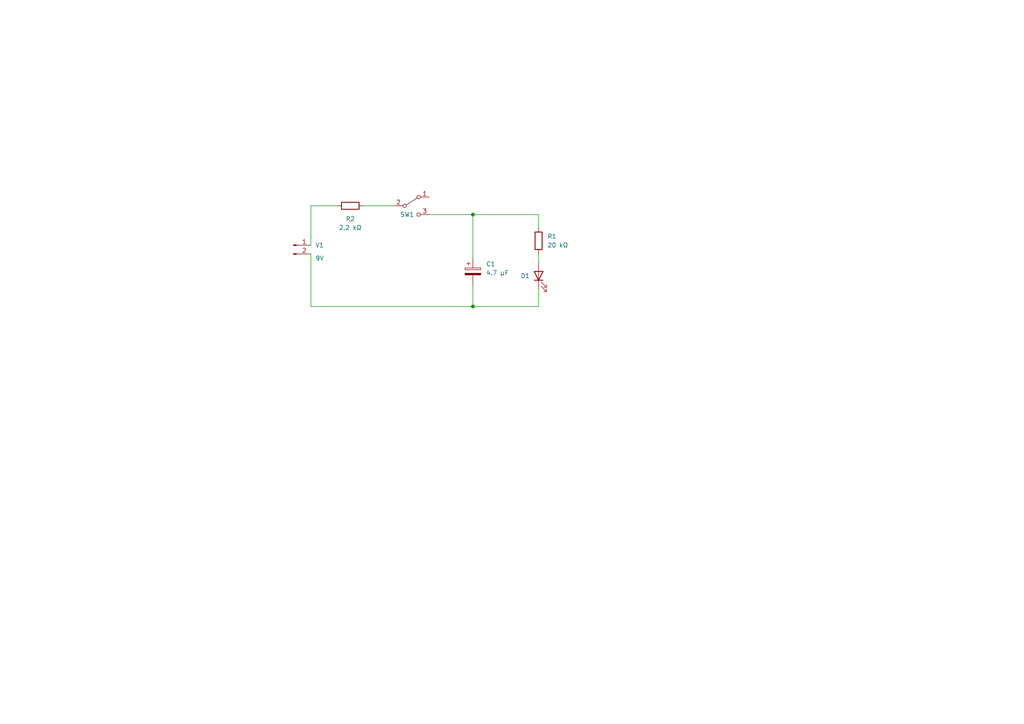
<source format=kicad_sch>
(kicad_sch (version 20211123) (generator eeschema)

  (uuid ca0cefe1-2fc9-4405-b2d9-fcc6daad403b)

  (paper "A4")

  (lib_symbols
    (symbol "Connector:Conn_01x02_Male" (pin_names (offset 1.016) hide) (in_bom yes) (on_board yes)
      (property "Reference" "J" (id 0) (at 0 2.54 0)
        (effects (font (size 1.27 1.27)))
      )
      (property "Value" "Conn_01x02_Male" (id 1) (at 0 -5.08 0)
        (effects (font (size 1.27 1.27)))
      )
      (property "Footprint" "" (id 2) (at 0 0 0)
        (effects (font (size 1.27 1.27)) hide)
      )
      (property "Datasheet" "~" (id 3) (at 0 0 0)
        (effects (font (size 1.27 1.27)) hide)
      )
      (property "ki_keywords" "connector" (id 4) (at 0 0 0)
        (effects (font (size 1.27 1.27)) hide)
      )
      (property "ki_description" "Generic connector, single row, 01x02, script generated (kicad-library-utils/schlib/autogen/connector/)" (id 5) (at 0 0 0)
        (effects (font (size 1.27 1.27)) hide)
      )
      (property "ki_fp_filters" "Connector*:*_1x??_*" (id 6) (at 0 0 0)
        (effects (font (size 1.27 1.27)) hide)
      )
      (symbol "Conn_01x02_Male_1_1"
        (polyline
          (pts
            (xy 1.27 -2.54)
            (xy 0.8636 -2.54)
          )
          (stroke (width 0.1524) (type default) (color 0 0 0 0))
          (fill (type none))
        )
        (polyline
          (pts
            (xy 1.27 0)
            (xy 0.8636 0)
          )
          (stroke (width 0.1524) (type default) (color 0 0 0 0))
          (fill (type none))
        )
        (rectangle (start 0.8636 -2.413) (end 0 -2.667)
          (stroke (width 0.1524) (type default) (color 0 0 0 0))
          (fill (type outline))
        )
        (rectangle (start 0.8636 0.127) (end 0 -0.127)
          (stroke (width 0.1524) (type default) (color 0 0 0 0))
          (fill (type outline))
        )
        (pin passive line (at 5.08 0 180) (length 3.81)
          (name "Pin_1" (effects (font (size 1.27 1.27))))
          (number "1" (effects (font (size 1.27 1.27))))
        )
        (pin passive line (at 5.08 -2.54 180) (length 3.81)
          (name "Pin_2" (effects (font (size 1.27 1.27))))
          (number "2" (effects (font (size 1.27 1.27))))
        )
      )
    )
    (symbol "Device:C_Polarized" (pin_numbers hide) (pin_names (offset 0.254)) (in_bom yes) (on_board yes)
      (property "Reference" "C" (id 0) (at 0.635 2.54 0)
        (effects (font (size 1.27 1.27)) (justify left))
      )
      (property "Value" "C_Polarized" (id 1) (at 0.635 -2.54 0)
        (effects (font (size 1.27 1.27)) (justify left))
      )
      (property "Footprint" "" (id 2) (at 0.9652 -3.81 0)
        (effects (font (size 1.27 1.27)) hide)
      )
      (property "Datasheet" "~" (id 3) (at 0 0 0)
        (effects (font (size 1.27 1.27)) hide)
      )
      (property "ki_keywords" "cap capacitor" (id 4) (at 0 0 0)
        (effects (font (size 1.27 1.27)) hide)
      )
      (property "ki_description" "Polarized capacitor" (id 5) (at 0 0 0)
        (effects (font (size 1.27 1.27)) hide)
      )
      (property "ki_fp_filters" "CP_*" (id 6) (at 0 0 0)
        (effects (font (size 1.27 1.27)) hide)
      )
      (symbol "C_Polarized_0_1"
        (rectangle (start -2.286 0.508) (end 2.286 1.016)
          (stroke (width 0) (type default) (color 0 0 0 0))
          (fill (type none))
        )
        (polyline
          (pts
            (xy -1.778 2.286)
            (xy -0.762 2.286)
          )
          (stroke (width 0) (type default) (color 0 0 0 0))
          (fill (type none))
        )
        (polyline
          (pts
            (xy -1.27 2.794)
            (xy -1.27 1.778)
          )
          (stroke (width 0) (type default) (color 0 0 0 0))
          (fill (type none))
        )
        (rectangle (start 2.286 -0.508) (end -2.286 -1.016)
          (stroke (width 0) (type default) (color 0 0 0 0))
          (fill (type outline))
        )
      )
      (symbol "C_Polarized_1_1"
        (pin passive line (at 0 3.81 270) (length 2.794)
          (name "~" (effects (font (size 1.27 1.27))))
          (number "1" (effects (font (size 1.27 1.27))))
        )
        (pin passive line (at 0 -3.81 90) (length 2.794)
          (name "~" (effects (font (size 1.27 1.27))))
          (number "2" (effects (font (size 1.27 1.27))))
        )
      )
    )
    (symbol "Device:LED" (pin_numbers hide) (pin_names (offset 1.016) hide) (in_bom yes) (on_board yes)
      (property "Reference" "D" (id 0) (at 0 2.54 0)
        (effects (font (size 1.27 1.27)))
      )
      (property "Value" "LED" (id 1) (at 0 -2.54 0)
        (effects (font (size 1.27 1.27)))
      )
      (property "Footprint" "" (id 2) (at 0 0 0)
        (effects (font (size 1.27 1.27)) hide)
      )
      (property "Datasheet" "~" (id 3) (at 0 0 0)
        (effects (font (size 1.27 1.27)) hide)
      )
      (property "ki_keywords" "LED diode" (id 4) (at 0 0 0)
        (effects (font (size 1.27 1.27)) hide)
      )
      (property "ki_description" "Light emitting diode" (id 5) (at 0 0 0)
        (effects (font (size 1.27 1.27)) hide)
      )
      (property "ki_fp_filters" "LED* LED_SMD:* LED_THT:*" (id 6) (at 0 0 0)
        (effects (font (size 1.27 1.27)) hide)
      )
      (symbol "LED_0_1"
        (polyline
          (pts
            (xy -1.27 -1.27)
            (xy -1.27 1.27)
          )
          (stroke (width 0.254) (type default) (color 0 0 0 0))
          (fill (type none))
        )
        (polyline
          (pts
            (xy -1.27 0)
            (xy 1.27 0)
          )
          (stroke (width 0) (type default) (color 0 0 0 0))
          (fill (type none))
        )
        (polyline
          (pts
            (xy 1.27 -1.27)
            (xy 1.27 1.27)
            (xy -1.27 0)
            (xy 1.27 -1.27)
          )
          (stroke (width 0.254) (type default) (color 0 0 0 0))
          (fill (type none))
        )
        (polyline
          (pts
            (xy -3.048 -0.762)
            (xy -4.572 -2.286)
            (xy -3.81 -2.286)
            (xy -4.572 -2.286)
            (xy -4.572 -1.524)
          )
          (stroke (width 0) (type default) (color 0 0 0 0))
          (fill (type none))
        )
        (polyline
          (pts
            (xy -1.778 -0.762)
            (xy -3.302 -2.286)
            (xy -2.54 -2.286)
            (xy -3.302 -2.286)
            (xy -3.302 -1.524)
          )
          (stroke (width 0) (type default) (color 0 0 0 0))
          (fill (type none))
        )
      )
      (symbol "LED_1_1"
        (pin passive line (at -3.81 0 0) (length 2.54)
          (name "K" (effects (font (size 1.27 1.27))))
          (number "1" (effects (font (size 1.27 1.27))))
        )
        (pin passive line (at 3.81 0 180) (length 2.54)
          (name "A" (effects (font (size 1.27 1.27))))
          (number "2" (effects (font (size 1.27 1.27))))
        )
      )
    )
    (symbol "Device:R" (pin_numbers hide) (pin_names (offset 0)) (in_bom yes) (on_board yes)
      (property "Reference" "R" (id 0) (at 2.032 0 90)
        (effects (font (size 1.27 1.27)))
      )
      (property "Value" "R" (id 1) (at 0 0 90)
        (effects (font (size 1.27 1.27)))
      )
      (property "Footprint" "" (id 2) (at -1.778 0 90)
        (effects (font (size 1.27 1.27)) hide)
      )
      (property "Datasheet" "~" (id 3) (at 0 0 0)
        (effects (font (size 1.27 1.27)) hide)
      )
      (property "ki_keywords" "R res resistor" (id 4) (at 0 0 0)
        (effects (font (size 1.27 1.27)) hide)
      )
      (property "ki_description" "Resistor" (id 5) (at 0 0 0)
        (effects (font (size 1.27 1.27)) hide)
      )
      (property "ki_fp_filters" "R_*" (id 6) (at 0 0 0)
        (effects (font (size 1.27 1.27)) hide)
      )
      (symbol "R_0_1"
        (rectangle (start -1.016 -2.54) (end 1.016 2.54)
          (stroke (width 0.254) (type default) (color 0 0 0 0))
          (fill (type none))
        )
      )
      (symbol "R_1_1"
        (pin passive line (at 0 3.81 270) (length 1.27)
          (name "~" (effects (font (size 1.27 1.27))))
          (number "1" (effects (font (size 1.27 1.27))))
        )
        (pin passive line (at 0 -3.81 90) (length 1.27)
          (name "~" (effects (font (size 1.27 1.27))))
          (number "2" (effects (font (size 1.27 1.27))))
        )
      )
    )
    (symbol "Switch:SW_SPDT" (pin_names (offset 0) hide) (in_bom yes) (on_board yes)
      (property "Reference" "SW" (id 0) (at 0 4.318 0)
        (effects (font (size 1.27 1.27)))
      )
      (property "Value" "SW_SPDT" (id 1) (at 0 -5.08 0)
        (effects (font (size 1.27 1.27)))
      )
      (property "Footprint" "" (id 2) (at 0 0 0)
        (effects (font (size 1.27 1.27)) hide)
      )
      (property "Datasheet" "~" (id 3) (at 0 0 0)
        (effects (font (size 1.27 1.27)) hide)
      )
      (property "ki_keywords" "switch single-pole double-throw spdt ON-ON" (id 4) (at 0 0 0)
        (effects (font (size 1.27 1.27)) hide)
      )
      (property "ki_description" "Switch, single pole double throw" (id 5) (at 0 0 0)
        (effects (font (size 1.27 1.27)) hide)
      )
      (symbol "SW_SPDT_0_0"
        (circle (center -2.032 0) (radius 0.508)
          (stroke (width 0) (type default) (color 0 0 0 0))
          (fill (type none))
        )
        (circle (center 2.032 -2.54) (radius 0.508)
          (stroke (width 0) (type default) (color 0 0 0 0))
          (fill (type none))
        )
      )
      (symbol "SW_SPDT_0_1"
        (polyline
          (pts
            (xy -1.524 0.254)
            (xy 1.651 2.286)
          )
          (stroke (width 0) (type default) (color 0 0 0 0))
          (fill (type none))
        )
        (circle (center 2.032 2.54) (radius 0.508)
          (stroke (width 0) (type default) (color 0 0 0 0))
          (fill (type none))
        )
      )
      (symbol "SW_SPDT_1_1"
        (pin passive line (at 5.08 2.54 180) (length 2.54)
          (name "A" (effects (font (size 1.27 1.27))))
          (number "1" (effects (font (size 1.27 1.27))))
        )
        (pin passive line (at -5.08 0 0) (length 2.54)
          (name "B" (effects (font (size 1.27 1.27))))
          (number "2" (effects (font (size 1.27 1.27))))
        )
        (pin passive line (at 5.08 -2.54 180) (length 2.54)
          (name "C" (effects (font (size 1.27 1.27))))
          (number "3" (effects (font (size 1.27 1.27))))
        )
      )
    )
  )


  (junction (at 137.16 88.9) (diameter 0) (color 0 0 0 0)
    (uuid 53ffc3ea-a7b2-4c35-a441-f245f256562b)
  )
  (junction (at 137.16 62.23) (diameter 0) (color 0 0 0 0)
    (uuid b57688f9-987b-4e29-91a2-627919b1d0d5)
  )

  (wire (pts (xy 156.21 66.04) (xy 156.21 62.23))
    (stroke (width 0) (type default) (color 0 0 0 0))
    (uuid 12f7e96d-f0bf-402c-9d31-5d333785f838)
  )
  (wire (pts (xy 90.17 59.69) (xy 90.17 71.12))
    (stroke (width 0) (type default) (color 0 0 0 0))
    (uuid 1e2aad16-3898-4b71-934f-13baa312d548)
  )
  (wire (pts (xy 156.21 62.23) (xy 137.16 62.23))
    (stroke (width 0) (type default) (color 0 0 0 0))
    (uuid 21d0bf4f-4afe-4acf-af0e-b5235a7f948f)
  )
  (wire (pts (xy 137.16 62.23) (xy 137.16 74.93))
    (stroke (width 0) (type default) (color 0 0 0 0))
    (uuid 347303e5-70cc-4f18-ad7d-d29d527a91d3)
  )
  (wire (pts (xy 90.17 88.9) (xy 137.16 88.9))
    (stroke (width 0) (type default) (color 0 0 0 0))
    (uuid 363e5df4-5de2-4244-b313-0ae98545d8a0)
  )
  (wire (pts (xy 137.16 82.55) (xy 137.16 88.9))
    (stroke (width 0) (type default) (color 0 0 0 0))
    (uuid 3f866ede-c44d-488d-935f-a52b3626d661)
  )
  (wire (pts (xy 90.17 73.66) (xy 90.17 88.9))
    (stroke (width 0) (type default) (color 0 0 0 0))
    (uuid 65be1cce-de77-422e-86dc-c174f91bda4f)
  )
  (wire (pts (xy 97.79 59.69) (xy 90.17 59.69))
    (stroke (width 0) (type default) (color 0 0 0 0))
    (uuid 6c7b0bd4-9c1d-4dfa-bdd7-7ca2f600ef06)
  )
  (wire (pts (xy 156.21 73.66) (xy 156.21 76.2))
    (stroke (width 0) (type default) (color 0 0 0 0))
    (uuid 6e2fcec0-3f78-43bf-b704-1757c6ec742d)
  )
  (wire (pts (xy 105.41 59.69) (xy 114.3 59.69))
    (stroke (width 0) (type default) (color 0 0 0 0))
    (uuid 6e748d2e-c7eb-4729-8034-097ff1a39b88)
  )
  (wire (pts (xy 124.46 62.23) (xy 137.16 62.23))
    (stroke (width 0) (type default) (color 0 0 0 0))
    (uuid 7ea75a2c-b666-4007-827b-d03df5e1188b)
  )
  (wire (pts (xy 137.16 88.9) (xy 156.21 88.9))
    (stroke (width 0) (type default) (color 0 0 0 0))
    (uuid c7207139-3a55-4157-ad37-c1e4ea573b39)
  )
  (wire (pts (xy 156.21 83.82) (xy 156.21 88.9))
    (stroke (width 0) (type default) (color 0 0 0 0))
    (uuid f49a1493-9339-4f29-a6ca-e694989ea06a)
  )

  (symbol (lib_id "Device:R") (at 101.6 59.69 90) (unit 1)
    (in_bom yes) (on_board yes)
    (uuid 07520e36-8660-4316-a60f-361a0d6063c5)
    (property "Reference" "R2" (id 0) (at 101.6 63.5 90))
    (property "Value" "2.2 kΩ" (id 1) (at 101.6 66.04 90))
    (property "Footprint" "Resistor_THT:R_Axial_DIN0516_L15.5mm_D5.0mm_P20.32mm_Horizontal" (id 2) (at 101.6 61.468 90)
      (effects (font (size 1.27 1.27)) hide)
    )
    (property "Datasheet" "~" (id 3) (at 101.6 59.69 0)
      (effects (font (size 1.27 1.27)) hide)
    )
    (pin "1" (uuid 86d21597-1fc6-4916-b09d-2b34e572da09))
    (pin "2" (uuid 5eb9c6af-4f95-4c03-8a18-b71433c9f180))
  )

  (symbol (lib_id "Device:C_Polarized") (at 137.16 78.74 0) (unit 1)
    (in_bom yes) (on_board yes) (fields_autoplaced)
    (uuid 18f10f46-982b-4ed3-ad27-e57f7cab343d)
    (property "Reference" "C1" (id 0) (at 140.97 76.5809 0)
      (effects (font (size 1.27 1.27)) (justify left))
    )
    (property "Value" "4.7 μF" (id 1) (at 140.97 79.1209 0)
      (effects (font (size 1.27 1.27)) (justify left))
    )
    (property "Footprint" "Capacitor_THT:C_Radial_D5.0mm_H5.0mm_P2.00mm" (id 2) (at 138.1252 82.55 0)
      (effects (font (size 1.27 1.27)) hide)
    )
    (property "Datasheet" "~" (id 3) (at 137.16 78.74 0)
      (effects (font (size 1.27 1.27)) hide)
    )
    (pin "1" (uuid 8ee87fc1-bd82-46a8-bfdf-dfe7923f1460))
    (pin "2" (uuid 84b71151-b2cd-4a96-b678-c254c22393cd))
  )

  (symbol (lib_id "Connector:Conn_01x02_Male") (at 85.09 71.12 0) (unit 1)
    (in_bom yes) (on_board yes)
    (uuid 47effd35-8d96-4928-a025-0db8c6eb135c)
    (property "Reference" "V1" (id 0) (at 92.71 71.12 0))
    (property "Value" "9V" (id 1) (at 92.71 74.93 0))
    (property "Footprint" "Connector_JST:JST_PH_B2B-PH-K_1x02_P2.00mm_Vertical" (id 2) (at 85.09 71.12 0)
      (effects (font (size 1.27 1.27)) hide)
    )
    (property "Datasheet" "~" (id 3) (at 85.09 71.12 0)
      (effects (font (size 1.27 1.27)) hide)
    )
    (pin "1" (uuid 31f49338-f024-4c4b-ac2a-5fd1cd2d5f50))
    (pin "2" (uuid 6e560461-d839-4f8d-b798-f1cb8d88935d))
  )

  (symbol (lib_id "Switch:SW_SPDT") (at 119.38 59.69 0) (unit 1)
    (in_bom yes) (on_board yes)
    (uuid 8a935b60-4984-4a8d-8ae2-8b84ca3fac1c)
    (property "Reference" "SW1" (id 0) (at 118.11 62.23 0))
    (property "Value" "SW_SPDT" (id 1) (at 119.38 54.61 0)
      (effects (font (size 1.27 1.27)) hide)
    )
    (property "Footprint" "Button_Switch_THT:SW_E-Switch_EG1224_SPDT_Angled" (id 2) (at 119.38 59.69 0)
      (effects (font (size 1.27 1.27)) hide)
    )
    (property "Datasheet" "~" (id 3) (at 119.38 59.69 0)
      (effects (font (size 1.27 1.27)) hide)
    )
    (pin "1" (uuid 6ca0255c-eac9-4ce9-927b-ec321091f32a))
    (pin "2" (uuid c727f47e-5d32-4b37-a35f-85fe95f04807))
    (pin "3" (uuid 5dd7e2a5-25aa-4f91-84fe-86a21768797e))
  )

  (symbol (lib_id "Device:R") (at 156.21 69.85 180) (unit 1)
    (in_bom yes) (on_board yes) (fields_autoplaced)
    (uuid 9091824d-4010-4241-a098-b9c714d96d9f)
    (property "Reference" "R1" (id 0) (at 158.75 68.5799 0)
      (effects (font (size 1.27 1.27)) (justify right))
    )
    (property "Value" "20 kΩ" (id 1) (at 158.75 71.1199 0)
      (effects (font (size 1.27 1.27)) (justify right))
    )
    (property "Footprint" "Resistor_THT:R_Axial_DIN0516_L15.5mm_D5.0mm_P20.32mm_Horizontal" (id 2) (at 157.988 69.85 90)
      (effects (font (size 1.27 1.27)) hide)
    )
    (property "Datasheet" "~" (id 3) (at 156.21 69.85 0)
      (effects (font (size 1.27 1.27)) hide)
    )
    (pin "1" (uuid c8d35b6c-21b0-461f-8cc8-67f049e9d34a))
    (pin "2" (uuid 6ad3c8b4-a3a2-4d4a-839e-42d541a9f2fb))
  )

  (symbol (lib_id "Device:LED") (at 156.21 80.01 90) (unit 1)
    (in_bom yes) (on_board yes)
    (uuid f61b5478-0fe9-45fb-889a-a6caa5b5fb33)
    (property "Reference" "D1" (id 0) (at 153.67 80.01 90)
      (effects (font (size 1.27 1.27)) (justify left))
    )
    (property "Value" "LED" (id 1) (at 160.02 82.8674 90)
      (effects (font (size 1.27 1.27)) (justify right) hide)
    )
    (property "Footprint" "LED_THT:LED_D5.0mm" (id 2) (at 156.21 80.01 0)
      (effects (font (size 1.27 1.27)) hide)
    )
    (property "Datasheet" "~" (id 3) (at 156.21 80.01 0)
      (effects (font (size 1.27 1.27)) hide)
    )
    (pin "1" (uuid 49a1aa99-dc19-42c7-a7f0-7ea62087dba6))
    (pin "2" (uuid 34ee0fe2-a990-4e4c-8a59-7741715baf7b))
  )

  (sheet_instances
    (path "/" (page "1"))
  )

  (symbol_instances
    (path "/18f10f46-982b-4ed3-ad27-e57f7cab343d"
      (reference "C1") (unit 1) (value "4.7 μF") (footprint "Capacitor_THT:C_Radial_D5.0mm_H5.0mm_P2.00mm")
    )
    (path "/f61b5478-0fe9-45fb-889a-a6caa5b5fb33"
      (reference "D1") (unit 1) (value "LED") (footprint "LED_THT:LED_D5.0mm")
    )
    (path "/9091824d-4010-4241-a098-b9c714d96d9f"
      (reference "R1") (unit 1) (value "20 kΩ") (footprint "Resistor_THT:R_Axial_DIN0516_L15.5mm_D5.0mm_P20.32mm_Horizontal")
    )
    (path "/07520e36-8660-4316-a60f-361a0d6063c5"
      (reference "R2") (unit 1) (value "2.2 kΩ") (footprint "Resistor_THT:R_Axial_DIN0516_L15.5mm_D5.0mm_P20.32mm_Horizontal")
    )
    (path "/8a935b60-4984-4a8d-8ae2-8b84ca3fac1c"
      (reference "SW1") (unit 1) (value "SW_SPDT") (footprint "Button_Switch_THT:SW_E-Switch_EG1224_SPDT_Angled")
    )
    (path "/47effd35-8d96-4928-a025-0db8c6eb135c"
      (reference "V1") (unit 1) (value "9V") (footprint "Connector_JST:JST_PH_B2B-PH-K_1x02_P2.00mm_Vertical")
    )
  )
)

</source>
